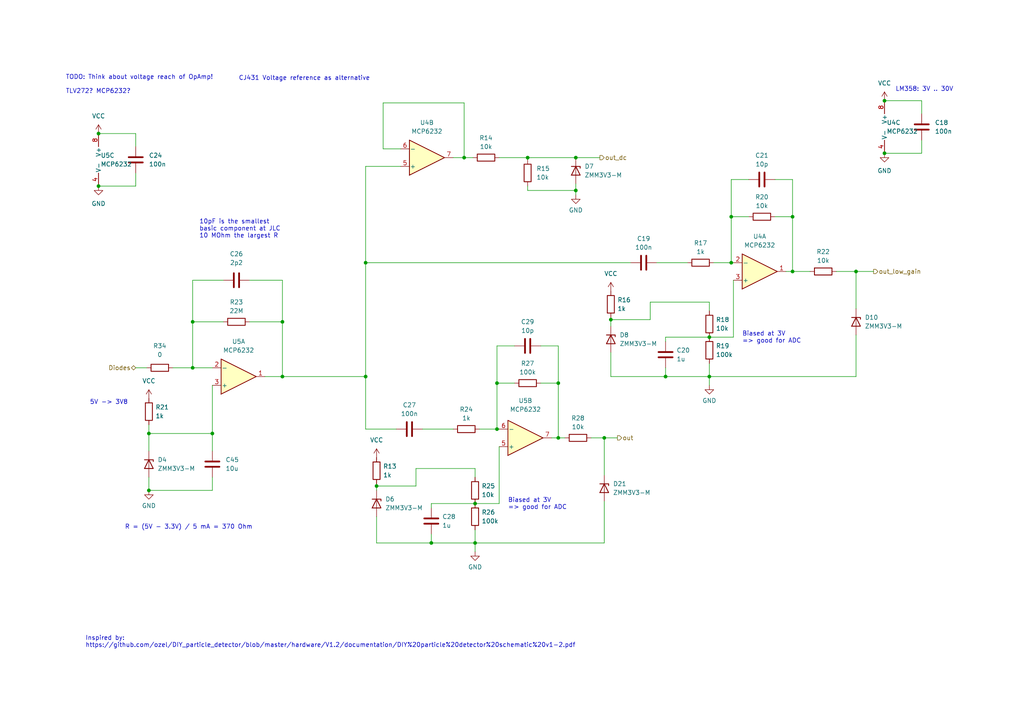
<source format=kicad_sch>
(kicad_sch (version 20230121) (generator eeschema)
  (paper "A4")
  (title_block (title "Beta Board") (date "2023-12-28") (rev "R1.1") (company "Tim Kuhlbusch") (comment 1 "Beta radiation detector"))
  (lib_symbols
    (symbol "Amplifier_Operational:LM358" (pin_names (offset 0.127))
      (property "Reference" "U" (at 0 5.08 0))
      (property "Value" "LM358" (at 0 -5.08 0))
      (symbol "LM358_1_1"
        (polyline (pts (xy -5.08 5.08) (xy 5.08 0) (xy -5.08 -5.08) (xy -5.08 5.08)) (stroke (width 0.254)) (fill (type background)))
        (pin output line (at 7.62 0 180) (length 2.54) (name "~") (number "1"))
        (pin input line (at -7.62 -2.54 0) (length 2.54) (name "-") (number "2"))
        (pin input line (at -7.62 2.54 0) (length 2.54) (name "+") (number "3"))
      )
      (symbol "LM358_2_1"
        (polyline (pts (xy -5.08 5.08) (xy 5.08 0) (xy -5.08 -5.08) (xy -5.08 5.08)) (stroke (width 0.254)) (fill (type background)))
        (pin input line (at -7.62 2.54 0) (length 2.54) (name "+") (number "5"))
        (pin input line (at -7.62 -2.54 0) (length 2.54) (name "-") (number "6"))
        (pin output line (at 7.62 0 180) (length 2.54) (name "~") (number "7"))
      )
      (symbol "LM358_3_1"
        (pin power_in line (at -2.54 -7.62 90) (length 3.81) (name "V-") (number "4"))
        (pin power_in line (at -2.54 7.62 270) (length 3.81) (name "V+") (number "8"))
      )
    )
    (symbol "Device:C" (pin_numbers hide) (pin_names (offset 0.254))
      (property "Reference" "C" (at 0.635 2.54 0))
      (property "Value" "C" (at 0.635 -2.54 0))
      (symbol "C_0_1"
        (polyline (pts (xy -2.032 -0.762) (xy 2.032 -0.762)) (stroke (width 0.508)))
        (polyline (pts (xy -2.032 0.762) (xy 2.032 0.762)) (stroke (width 0.508)))
      )
      (symbol "C_1_1"
        (pin passive line (at 0 3.81 270) (length 2.794) (name "~") (number "1"))
        (pin passive line (at 0 -3.81 90) (length 2.794) (name "~") (number "2"))
      )
    )
    (symbol "Device:R" (pin_numbers hide) (pin_names (offset 0))
      (property "Reference" "R" (at 2.032 0 90))
      (property "Value" "R" (at 0 0 90))
      (symbol "R_0_1"
        (rectangle (start -1.016 -2.54) (end 1.016 2.54) (stroke (width 0.254)))
      )
      (symbol "R_1_1"
        (pin passive line (at 0 3.81 270) (length 1.27) (name "~") (number "1"))
        (pin passive line (at 0 -3.81 90) (length 1.27) (name "~") (number "2"))
      )
    )
    (symbol "Diode:ZMMxx" (pin_numbers hide) (pin_names hide)
      (property "Reference" "D" (at 0 2.54 0))
      (property "Value" "ZMMxx" (at 0 -2.54 0))
      (symbol "ZMMxx_0_1"
        (polyline (pts (xy 1.27 0) (xy -1.27 0)))
        (polyline (pts (xy -1.27 -1.27) (xy -1.27 1.27) (xy -0.762 1.27)) (stroke (width 0.254)))
        (polyline (pts (xy 1.27 -1.27) (xy 1.27 1.27) (xy -1.27 0) (xy 1.27 -1.27)) (stroke (width 0.254)))
      )
      (symbol "ZMMxx_1_1"
        (pin passive line (at -3.81 0 0) (length 2.54) (name "K") (number "1"))
        (pin passive line (at 3.81 0 180) (length 2.54) (name "A") (number "2"))
      )
    )
    (symbol "power:GND" (power) (pin_names (offset 0))
      (property "Value" "GND" (at 0 -3.81 0))
      (symbol "GND_0_1"
        (polyline (pts (xy 0 0) (xy 0 -1.27) (xy 1.27 -1.27) (xy 0 -2.54) (xy -1.27 -1.27) (xy 0 -1.27)))
      )
      (symbol "GND_1_1"
        (pin power_in line (at 0 0 270) (length 0) hide (name "GND") (number "1"))
      )
    )
    (symbol "power:VCC" (power) (pin_names (offset 0))
      (property "Value" "VCC" (at 0 3.81 0))
      (symbol "VCC_0_1"
        (polyline (pts (xy -0.762 1.27) (xy 0 2.54)))
        (polyline (pts (xy 0 0) (xy 0 2.54)))
        (polyline (pts (xy 0 2.54) (xy 0.762 1.27)))
      )
      (symbol "VCC_1_1"
        (pin power_in line (at 0 0 90) (length 0) hide (name "VCC") (number "1"))
      )
    )
  )
  (junction (at 137.795 146.05))
  (junction (at 125.095 157.48))
  (junction (at 28.575 38.735))
  (junction (at 205.74 109.22))
  (junction (at 229.87 78.74))
  (junction (at 43.18 142.24))
  (junction (at 167.005 45.72))
  (junction (at 144.145 124.46))
  (junction (at 205.74 97.79))
  (junction (at 81.915 93.345))
  (junction (at 167.005 55.245))
  (junction (at 43.18 125.73))
  (junction (at 248.285 78.74))
  (junction (at 229.87 62.865))
  (junction (at 109.22 140.97))
  (junction (at 55.88 106.68))
  (junction (at 193.04 109.22))
  (junction (at 256.54 44.45))
  (junction (at 144.145 111.125))
  (junction (at 106.045 76.2))
  (junction (at 161.925 111.125))
  (junction (at 212.09 62.865))
  (junction (at 134.62 45.72))
  (junction (at 137.795 157.48))
  (junction (at 61.595 125.73))
  (junction (at 212.09 76.2))
  (junction (at 177.165 92.71))
  (junction (at 175.26 127))
  (junction (at 256.54 29.21))
  (junction (at 153.035 45.72))
  (junction (at 106.045 109.22))
  (junction (at 161.925 127))
  (junction (at 81.915 109.22))
  (junction (at 55.88 93.345))
  (junction (at 28.575 53.975))
  (wire (pts (xy 28.575 38.735) (xy 39.37 38.735)))
  (wire (pts (xy 106.045 48.26) (xy 116.205 48.26)))
  (wire (pts (xy 171.45 127) (xy 175.26 127)))
  (wire (pts (xy 39.37 53.975) (xy 39.37 50.165)))
  (wire (pts (xy 212.09 62.865) (xy 212.09 52.07)))
  (wire (pts (xy 61.595 130.81) (xy 61.595 125.73)))
  (wire (pts (xy 144.78 146.05) (xy 144.78 129.54)))
  (wire (pts (xy 134.62 29.845) (xy 134.62 45.72)))
  (wire (pts (xy 50.165 106.68) (xy 55.88 106.68)))
  (wire (pts (xy 116.205 43.18) (xy 111.125 43.18)))
  (wire (pts (xy 193.04 99.06) (xy 193.04 97.79)))
  (wire (pts (xy 161.925 100.33) (xy 161.925 111.125)))
  (wire (pts (xy 177.165 92.71) (xy 177.165 94.615)))
  (wire (pts (xy 109.22 140.335) (xy 109.22 140.97)))
  (wire (pts (xy 64.77 93.345) (xy 55.88 93.345)))
  (wire (pts (xy 43.18 130.81) (xy 43.18 125.73)))
  (wire (pts (xy 125.095 146.05) (xy 137.795 146.05)))
  (wire (pts (xy 177.165 92.075) (xy 177.165 92.71)))
  (wire (pts (xy 137.795 146.05) (xy 144.78 146.05)))
  (wire (pts (xy 161.925 111.125) (xy 161.925 127)))
  (wire (pts (xy 242.57 78.74) (xy 248.285 78.74)))
  (wire (pts (xy 39.37 38.735) (xy 39.37 42.545)))
  (wire (pts (xy 175.26 157.48) (xy 175.26 145.415)))
  (wire (pts (xy 267.335 29.21) (xy 267.335 33.02)))
  (wire (pts (xy 106.045 76.2) (xy 106.045 48.26)))
  (wire (pts (xy 212.09 62.865) (xy 212.09 76.2)))
  (wire (pts (xy 248.285 89.535) (xy 248.285 78.74)))
  (wire (pts (xy 167.005 55.245) (xy 153.035 55.245)))
  (wire (pts (xy 205.74 87.63) (xy 205.74 90.17)))
  (wire (pts (xy 61.595 138.43) (xy 61.595 142.24)))
  (wire (pts (xy 149.225 111.125) (xy 144.145 111.125)))
  (wire (pts (xy 120.65 140.97) (xy 120.65 135.89)))
  (wire (pts (xy 106.045 76.2) (xy 182.88 76.2)))
  (wire (pts (xy 205.74 109.22) (xy 248.285 109.22)))
  (wire (pts (xy 134.62 45.72) (xy 131.445 45.72)))
  (wire (pts (xy 81.915 109.22) (xy 106.045 109.22)))
  (wire (pts (xy 137.795 160.02) (xy 137.795 157.48)))
  (wire (pts (xy 188.595 92.71) (xy 188.595 87.63)))
  (wire (pts (xy 137.795 157.48) (xy 125.095 157.48)))
  (wire (pts (xy 61.595 142.24) (xy 43.18 142.24)))
  (wire (pts (xy 229.87 78.74) (xy 227.965 78.74)))
  (wire (pts (xy 111.125 43.18) (xy 111.125 29.845)))
  (wire (pts (xy 153.035 55.245) (xy 153.035 53.975)))
  (wire (pts (xy 224.79 62.865) (xy 229.87 62.865)))
  (wire (pts (xy 137.795 157.48) (xy 175.26 157.48)))
  (wire (pts (xy 109.22 140.97) (xy 109.22 142.24)))
  (wire (pts (xy 106.045 124.46) (xy 114.935 124.46)))
  (wire (pts (xy 167.005 55.245) (xy 167.005 53.34)))
  (wire (pts (xy 137.16 45.72) (xy 134.62 45.72)))
  (wire (pts (xy 144.78 45.72) (xy 153.035 45.72)))
  (wire (pts (xy 207.01 76.2) (xy 212.09 76.2)))
  (wire (pts (xy 167.005 45.72) (xy 173.99 45.72)))
  (wire (pts (xy 139.065 124.46) (xy 144.145 124.46)))
  (wire (pts (xy 175.26 137.795) (xy 175.26 127)))
  (wire (pts (xy 106.045 109.22) (xy 106.045 124.46)))
  (wire (pts (xy 55.88 106.68) (xy 61.595 106.68)))
  (wire (pts (xy 156.845 100.33) (xy 161.925 100.33)))
  (wire (pts (xy 81.915 93.345) (xy 81.915 109.22)))
  (wire (pts (xy 177.165 92.71) (xy 188.595 92.71)))
  (wire (pts (xy 205.74 111.76) (xy 205.74 109.22)))
  (wire (pts (xy 120.65 135.89) (xy 137.795 135.89)))
  (wire (pts (xy 199.39 76.2) (xy 190.5 76.2)))
  (wire (pts (xy 144.145 100.33) (xy 149.225 100.33)))
  (wire (pts (xy 125.095 147.32) (xy 125.095 146.05)))
  (wire (pts (xy 153.035 45.72) (xy 153.035 46.355)))
  (wire (pts (xy 217.17 62.865) (xy 212.09 62.865)))
  (wire (pts (xy 161.925 127) (xy 160.02 127)))
  (wire (pts (xy 137.795 157.48) (xy 137.795 153.67)))
  (wire (pts (xy 248.285 78.74) (xy 253.365 78.74)))
  (wire (pts (xy 125.095 157.48) (xy 109.22 157.48)))
  (wire (pts (xy 229.87 52.07) (xy 229.87 62.865)))
  (wire (pts (xy 125.095 154.94) (xy 125.095 157.48)))
  (wire (pts (xy 55.88 81.28) (xy 55.88 93.345)))
  (wire (pts (xy 193.04 97.79) (xy 205.74 97.79)))
  (wire (pts (xy 144.145 124.46) (xy 144.78 124.46)))
  (wire (pts (xy 205.74 109.22) (xy 205.74 105.41)))
  (wire (pts (xy 72.39 93.345) (xy 81.915 93.345)))
  (wire (pts (xy 153.035 45.72) (xy 167.005 45.72)))
  (wire (pts (xy 106.045 109.22) (xy 106.045 76.2)))
  (wire (pts (xy 188.595 87.63) (xy 205.74 87.63)))
  (wire (pts (xy 43.18 125.73) (xy 61.595 125.73)))
  (wire (pts (xy 111.125 29.845) (xy 134.62 29.845)))
  (wire (pts (xy 212.725 97.79) (xy 212.725 81.28)))
  (wire (pts (xy 156.845 111.125) (xy 161.925 111.125)))
  (wire (pts (xy 256.54 44.45) (xy 267.335 44.45)))
  (wire (pts (xy 72.39 81.28) (xy 81.915 81.28)))
  (wire (pts (xy 205.74 109.22) (xy 193.04 109.22)))
  (wire (pts (xy 109.22 140.97) (xy 120.65 140.97)))
  (wire (pts (xy 248.285 109.22) (xy 248.285 97.155)))
  (wire (pts (xy 212.09 76.2) (xy 212.725 76.2)))
  (wire (pts (xy 167.005 56.515) (xy 167.005 55.245)))
  (wire (pts (xy 76.835 109.22) (xy 81.915 109.22)))
  (wire (pts (xy 224.79 52.07) (xy 229.87 52.07)))
  (wire (pts (xy 55.88 93.345) (xy 55.88 106.68)))
  (wire (pts (xy 137.795 135.89) (xy 137.795 138.43)))
  (wire (pts (xy 43.18 142.24) (xy 43.18 138.43)))
  (wire (pts (xy 43.18 123.19) (xy 43.18 125.73)))
  (wire (pts (xy 161.925 127) (xy 163.83 127)))
  (wire (pts (xy 55.88 81.28) (xy 64.77 81.28)))
  (wire (pts (xy 28.575 53.975) (xy 39.37 53.975)))
  (wire (pts (xy 229.87 78.74) (xy 234.95 78.74)))
  (wire (pts (xy 109.22 149.86) (xy 109.22 157.48)))
  (wire (pts (xy 205.74 97.79) (xy 212.725 97.79)))
  (wire (pts (xy 131.445 124.46) (xy 122.555 124.46)))
  (wire (pts (xy 61.595 111.76) (xy 61.595 125.73)))
  (wire (pts (xy 81.915 81.28) (xy 81.915 93.345)))
  (wire (pts (xy 39.37 106.68) (xy 42.545 106.68)))
  (wire (pts (xy 256.54 29.21) (xy 267.335 29.21)))
  (wire (pts (xy 144.145 111.125) (xy 144.145 124.46)))
  (wire (pts (xy 144.145 111.125) (xy 144.145 100.33)))
  (wire (pts (xy 212.09 52.07) (xy 217.17 52.07)))
  (wire (pts (xy 193.04 106.68) (xy 193.04 109.22)))
  (wire (pts (xy 177.165 102.235) (xy 177.165 109.22)))
  (wire (pts (xy 175.26 127) (xy 179.07 127)))
  (wire (pts (xy 267.335 44.45) (xy 267.335 40.64)))
  (wire (pts (xy 229.87 62.865) (xy 229.87 78.74)))
  (wire (pts (xy 193.04 109.22) (xy 177.165 109.22)))
  (text "Inspired by:\nhttps://github.com/ozel/DIY_particle_detector/blob/master/hardware/V1.2/documentation/DIY%20particle%20detector%20schematic%20v1-2.pdf" (at 24.765 187.96 0) (effects (font (size 1.27 1.27)) (justify left bottom)))
  (text "TODO: Think about voltage reach of OpAmp!\n\nTLV272? MCP6232?" (at 19.05 27.305 0) (effects (font (size 1.27 1.27)) (justify left bottom)))
  (text "5V -> 3V8" (at 26.035 117.475 0) (effects (font (size 1.27 1.27)) (justify left bottom)))
  (text "CJ431 Voltage reference as alternative" (at 69.215 23.495 0) (effects (font (size 1.27 1.27)) (justify left bottom)))
  (text "10pF is the smallest\nbasic component at JLC\n10 MOhm the largest R" (at 57.785 69.215 0) (effects (font (size 1.27 1.27)) (justify left bottom)))
  (text "Biased at 3V\n=> good for ADC" (at 215.265 99.695 0) (effects (font (size 1.27 1.27)) (justify left bottom)))
  (text "Biased at 3V\n=> good for ADC" (at 147.32 147.955 0) (effects (font (size 1.27 1.27)) (justify left bottom)))
  (text "R = (5V - 3.3V) / 5 mA = 370 Ohm" (at 36.195 153.67 0) (effects (font (size 1.27 1.27)) (justify left bottom)))
  (text "LM358: 3V .. 30V" (at 259.715 26.67 0) (effects (font (size 1.27 1.27)) (justify left bottom)))
  (hierarchical_label "out_dc" (shape output) (at 173.99 45.72 0))
  (hierarchical_label "out" (shape output) (at 179.07 127 0))
  (hierarchical_label "out_low_gain" (shape output) (at 253.365 78.74 0))
  (hierarchical_label "Diodes" (shape bidirectional) (at 39.37 106.68 180))
  (symbol (lib_id "Device:R") (at 68.58 93.345 270) (unit 1)
    (property "Reference" "R23" (at 68.58 87.63 90))
    (property "Value" "22M" (at 68.58 90.17 90))
    (property "Footprint" "Resistor_SMD:R_0603_1608Metric" (effects hide))
  )
  (symbol (lib_id "Device:C") (at 186.69 76.2 90) (mirror x) (unit 1)
    (property "Reference" "C19" (at 186.69 69.215 90))
    (property "Value" "100n" (at 186.69 71.755 90))
    (property "Footprint" "Capacitor_SMD:C_0603_1608Metric" (effects hide))
  )
  (symbol (lib_id "Device:R") (at 205.74 93.98 180) (unit 1)
    (property "Reference" "R18" (at 207.645 92.71 0) (effects (justify right)))
    (property "Value" "10k" (at 207.645 95.25 0) (effects (justify right)))
    (property "Footprint" "Resistor_SMD:R_0603_1608Metric" (effects hide))
  )
  (symbol (lib_id "power:VCC") (at 109.22 132.715 0) (unit 1)
    (property "Reference" "#PWR02" (effects hide))
    (property "Value" "VCC" (at 109.22 127.635 0))
  )
  (symbol (lib_id "power:GND") (at 137.795 160.02 0) (unit 1)
    (property "Reference" "#PWR040" (effects hide))
    (property "Value" "GND" (at 137.795 164.465 0))
  )
  (symbol (lib_id "Diode:ZMMxx") (at 248.285 93.345 270) (unit 1)
    (property "Reference" "D10" (at 250.825 92.0749 90) (effects (justify left)))
    (property "Value" "ZMM3V3-M" (at 250.825 94.6149 90) (effects (justify left)))
    (property "Footprint" "Diode_SMD:D_MiniMELF" (effects hide))
    (property "Datasheet" "https://diotec.com/tl_files/diotec/files/pdf/datasheets/zmm1.pdf" (effects hide))
  )
  (symbol (lib_id "power:VCC") (at 177.165 84.455 0) (unit 1)
    (property "Reference" "#PWR012" (effects hide))
    (property "Value" "VCC" (at 177.165 79.375 0))
  )
  (symbol (lib_id "Device:R") (at 203.2 76.2 270) (unit 1)
    (property "Reference" "R17" (at 203.2 70.485 90))
    (property "Value" "1k" (at 203.2 73.025 90))
    (property "Footprint" "Resistor_SMD:R_0603_1608Metric" (effects hide))
  )
  (symbol (lib_id "Device:R") (at 153.035 50.165 0) (unit 1)
    (property "Reference" "R15" (at 155.575 48.895 0) (effects (justify left)))
    (property "Value" "10k" (at 155.575 51.435 0) (effects (justify left)))
    (property "Footprint" "Resistor_SMD:R_0603_1608Metric" (effects hide))
  )
  (symbol (lib_id "Diode:ZMMxx") (at 43.18 134.62 270) (unit 1)
    (property "Reference" "D4" (at 45.72 133.3499 90) (effects (justify left)))
    (property "Value" "ZMM3V3-M" (at 45.72 135.8899 90) (effects (justify left)))
    (property "Footprint" "Diode_SMD:D_MiniMELF" (effects hide))
    (property "Datasheet" "https://diotec.com/tl_files/diotec/files/pdf/datasheets/zmm1.pdf" (effects hide))
  )
  (symbol (lib_id "Amplifier_Operational:LM358") (at 69.215 109.22 0) (mirror x) (unit 1)
    (property "Reference" "U5" (at 69.215 99.06 0))
    (property "Value" "MCP6232" (at 69.215 101.6 0))
    (property "Footprint" "Package_SO:SOIC-8_3.9x4.9mm_P1.27mm" (effects hide))
    (property "Datasheet" "http://www.ti.com/lit/ds/symlink/lm2904-n.pdf" (effects hide))
  )
  (symbol (lib_id "power:GND") (at 256.54 44.45 0) (unit 1)
    (property "Reference" "#PWR08" (effects hide))
    (property "Value" "GND" (at 256.54 49.53 0))
  )
  (symbol (lib_id "Amplifier_Operational:LM358") (at 31.115 46.355 0) (unit 3)
    (property "Reference" "U5" (at 29.21 45.0849 0) (effects (justify left)))
    (property "Value" "MCP6232" (at 29.21 47.6249 0) (effects (justify left)))
    (property "Footprint" "Package_SO:SOIC-8_3.9x4.9mm_P1.27mm" (effects hide))
    (property "Datasheet" "http://www.ti.com/lit/ds/symlink/lm2904-n.pdf" (effects hide))
  )
  (symbol (lib_id "Device:R") (at 177.165 88.265 0) (mirror y) (unit 1)
    (property "Reference" "R16" (at 179.07 86.995 0) (effects (justify right)))
    (property "Value" "1k" (at 179.07 89.535 0) (effects (justify right)))
    (property "Footprint" "Resistor_SMD:R_0603_1608Metric" (effects hide))
  )
  (symbol (lib_id "Device:R") (at 238.76 78.74 270) (unit 1)
    (property "Reference" "R22" (at 238.76 73.025 90))
    (property "Value" "10k" (at 238.76 75.565 90))
    (property "Footprint" "Resistor_SMD:R_0603_1608Metric" (effects hide))
  )
  (symbol (lib_id "Device:R") (at 167.64 127 270) (unit 1)
    (property "Reference" "R28" (at 167.64 121.285 90))
    (property "Value" "10k" (at 167.64 123.825 90))
    (property "Footprint" "Resistor_SMD:R_0603_1608Metric" (effects hide))
  )
  (symbol (lib_id "Device:C") (at 193.04 102.87 0) (unit 1)
    (property "Reference" "C20" (at 196.215 101.6 0) (effects (justify left)))
    (property "Value" "1u" (at 196.215 104.14 0) (effects (justify left)))
    (property "Footprint" "Capacitor_SMD:C_0603_1608Metric" (effects hide))
  )
  (symbol (lib_id "Device:R") (at 43.18 119.38 0) (mirror y) (unit 1)
    (property "Reference" "R21" (at 45.085 118.11 0) (effects (justify right)))
    (property "Value" "1k" (at 45.085 120.65 0) (effects (justify right)))
    (property "Footprint" "Resistor_SMD:R_0603_1608Metric" (effects hide))
  )
  (symbol (lib_id "power:VCC") (at 256.54 29.21 0) (unit 1)
    (property "Reference" "#PWR07" (effects hide))
    (property "Value" "VCC" (at 256.54 24.13 0))
  )
  (symbol (lib_id "Device:R") (at 135.255 124.46 270) (unit 1)
    (property "Reference" "R24" (at 135.255 118.745 90))
    (property "Value" "1k" (at 135.255 121.285 90))
    (property "Footprint" "Resistor_SMD:R_0603_1608Metric" (effects hide))
  )
  (symbol (lib_id "power:VCC") (at 28.575 38.735 0) (unit 1)
    (property "Reference" "#PWR036" (effects hide))
    (property "Value" "VCC" (at 28.575 33.655 0))
  )
  (symbol (lib_id "power:GND") (at 167.005 56.515 0) (unit 1)
    (property "Reference" "#PWR09" (effects hide))
    (property "Value" "GND" (at 167.005 60.96 0))
  )
  (symbol (lib_id "Device:R") (at 137.795 142.24 180) (unit 1)
    (property "Reference" "R25" (at 139.7 140.97 0) (effects (justify right)))
    (property "Value" "10k" (at 139.7 143.51 0) (effects (justify right)))
    (property "Footprint" "Resistor_SMD:R_0603_1608Metric" (effects hide))
  )
  (symbol (lib_id "Diode:ZMMxx") (at 167.005 49.53 270) (unit 1)
    (property "Reference" "D7" (at 169.545 48.2599 90) (effects (justify left)))
    (property "Value" "ZMM3V3-M" (at 169.545 50.7999 90) (effects (justify left)))
    (property "Footprint" "Diode_SMD:D_MiniMELF" (effects hide))
    (property "Datasheet" "https://diotec.com/tl_files/diotec/files/pdf/datasheets/zmm1.pdf" (effects hide))
  )
  (symbol (lib_id "Amplifier_Operational:LM358") (at 259.08 36.83 0) (unit 3)
    (property "Reference" "U4" (at 257.175 35.5599 0) (effects (justify left)))
    (property "Value" "MCP6232" (at 257.175 38.0999 0) (effects (justify left)))
    (property "Footprint" "Package_SO:SOIC-8_3.9x4.9mm_P1.27mm" (effects hide))
    (property "Datasheet" "http://www.ti.com/lit/ds/symlink/lm2904-n.pdf" (effects hide))
  )
  (symbol (lib_id "Device:R") (at 153.035 111.125 270) (unit 1)
    (property "Reference" "R27" (at 153.035 105.41 90))
    (property "Value" "100k" (at 153.035 107.95 90))
    (property "Footprint" "Resistor_SMD:R_0603_1608Metric" (effects hide))
  )
  (symbol (lib_id "Device:C") (at 220.98 52.07 90) (mirror x) (unit 1)
    (property "Reference" "C21" (at 220.98 45.085 90))
    (property "Value" "10p" (at 220.98 47.625 90))
    (property "Footprint" "Capacitor_SMD:C_0603_1608Metric" (effects hide))
  )
  (symbol (lib_id "power:GND") (at 43.18 142.24 0) (unit 1)
    (property "Reference" "#PWR03" (effects hide))
    (property "Value" "GND" (at 43.18 146.685 0))
  )
  (symbol (lib_id "power:GND") (at 205.74 111.76 0) (unit 1)
    (property "Reference" "#PWR013" (effects hide))
    (property "Value" "GND" (at 205.74 116.205 0))
  )
  (symbol (lib_id "Device:R") (at 109.22 136.525 0) (mirror y) (unit 1)
    (property "Reference" "R13" (at 111.125 135.255 0) (effects (justify right)))
    (property "Value" "1k" (at 111.125 137.795 0) (effects (justify right)))
    (property "Footprint" "Resistor_SMD:R_0603_1608Metric" (effects hide))
  )
  (symbol (lib_id "Diode:ZMMxx") (at 177.165 98.425 270) (unit 1)
    (property "Reference" "D8" (at 179.705 97.1549 90) (effects (justify left)))
    (property "Value" "ZMM3V3-M" (at 179.705 99.6949 90) (effects (justify left)))
    (property "Footprint" "Diode_SMD:D_MiniMELF" (effects hide))
    (property "Datasheet" "https://diotec.com/tl_files/diotec/files/pdf/datasheets/zmm1.pdf" (effects hide))
  )
  (symbol (lib_id "Amplifier_Operational:LM358") (at 123.825 45.72 0) (mirror x) (unit 2)
    (property "Reference" "U4" (at 123.825 35.56 0))
    (property "Value" "MCP6232" (at 123.825 38.1 0))
    (property "Footprint" "Package_SO:SOIC-8_3.9x4.9mm_P1.27mm" (effects hide))
    (property "Datasheet" "http://www.ti.com/lit/ds/symlink/lm2904-n.pdf" (effects hide))
  )
  (symbol (lib_id "Device:R") (at 140.97 45.72 270) (unit 1)
    (property "Reference" "R14" (at 140.97 40.005 90))
    (property "Value" "10k" (at 140.97 42.545 90))
    (property "Footprint" "Resistor_SMD:R_0603_1608Metric" (effects hide))
  )
  (symbol (lib_id "power:VCC") (at 43.18 115.57 0) (unit 1)
    (property "Reference" "#PWR038" (effects hide))
    (property "Value" "VCC" (at 43.18 110.49 0))
  )
  (symbol (lib_id "Amplifier_Operational:LM358") (at 152.4 127 0) (mirror x) (unit 2)
    (property "Reference" "U5" (at 152.4 116.205 0))
    (property "Value" "MCP6232" (at 152.4 118.745 0))
    (property "Footprint" "Package_SO:SOIC-8_3.9x4.9mm_P1.27mm" (effects hide))
    (property "Datasheet" "http://www.ti.com/lit/ds/symlink/lm2904-n.pdf" (effects hide))
  )
  (symbol (lib_id "Diode:ZMMxx") (at 175.26 141.605 270) (unit 1)
    (property "Reference" "D21" (at 177.8 140.3349 90) (effects (justify left)))
    (property "Value" "ZMM3V3-M" (at 177.8 142.8749 90) (effects (justify left)))
    (property "Footprint" "Diode_SMD:D_MiniMELF" (effects hide))
    (property "Datasheet" "https://diotec.com/tl_files/diotec/files/pdf/datasheets/zmm1.pdf" (effects hide))
  )
  (symbol (lib_id "Device:R") (at 220.98 62.865 270) (unit 1)
    (property "Reference" "R20" (at 220.98 57.15 90))
    (property "Value" "10k" (at 220.98 59.69 90))
    (property "Footprint" "Resistor_SMD:R_0603_1608Metric" (effects hide))
  )
  (symbol (lib_id "Device:C") (at 267.335 36.83 0) (unit 1)
    (property "Reference" "C18" (at 271.145 35.5599 0) (effects (justify left)))
    (property "Value" "100n" (at 271.145 38.0999 0) (effects (justify left)))
    (property "Footprint" "Capacitor_SMD:C_0603_1608Metric" (effects hide))
  )
  (symbol (lib_id "Device:C") (at 68.58 81.28 90) (unit 1)
    (property "Reference" "C26" (at 68.58 73.66 90))
    (property "Value" "2p2" (at 68.58 76.2 90))
    (property "Footprint" "Capacitor_SMD:C_0603_1608Metric" (effects hide))
  )
  (symbol (lib_id "Device:C") (at 39.37 46.355 0) (unit 1)
    (property "Reference" "C24" (at 43.18 45.0849 0) (effects (justify left)))
    (property "Value" "100n" (at 43.18 47.6249 0) (effects (justify left)))
    (property "Footprint" "Capacitor_SMD:C_0603_1608Metric" (effects hide))
  )
  (symbol (lib_id "Diode:ZMMxx") (at 109.22 146.05 270) (unit 1)
    (property "Reference" "D6" (at 111.76 144.7799 90) (effects (justify left)))
    (property "Value" "ZMM3V3-M" (at 111.76 147.3199 90) (effects (justify left)))
    (property "Footprint" "Diode_SMD:D_MiniMELF" (effects hide))
    (property "Datasheet" "https://diotec.com/tl_files/diotec/files/pdf/datasheets/zmm1.pdf" (effects hide))
  )
  (symbol (lib_id "Device:C") (at 61.595 134.62 0) (unit 1)
    (property "Reference" "C45" (at 65.405 133.35 0) (effects (justify left)))
    (property "Value" "10u" (at 65.405 135.89 0) (effects (justify left)))
    (property "Footprint" "Capacitor_SMD:C_0603_1608Metric" (effects hide))
  )
  (symbol (lib_id "Device:R") (at 137.795 149.86 180) (unit 1)
    (property "Reference" "R26" (at 139.7 148.59 0) (effects (justify right)))
    (property "Value" "100k" (at 139.7 151.13 0) (effects (justify right)))
    (property "Footprint" "Resistor_SMD:R_0603_1608Metric" (effects hide))
  )
  (symbol (lib_id "power:GND") (at 28.575 53.975 0) (unit 1)
    (property "Reference" "#PWR037" (effects hide))
    (property "Value" "GND" (at 28.575 59.055 0))
  )
  (symbol (lib_id "Device:R") (at 46.355 106.68 270) (unit 1)
    (property "Reference" "R34" (at 46.355 100.33 90))
    (property "Value" "0" (at 46.355 102.87 90))
    (property "Footprint" "Resistor_SMD:R_0603_1608Metric" (effects hide))
  )
  (symbol (lib_id "Amplifier_Operational:LM358") (at 220.345 78.74 0) (mirror x) (unit 1)
    (property "Reference" "U4" (at 220.345 68.58 0))
    (property "Value" "MCP6232" (at 220.345 71.12 0))
    (property "Footprint" "Package_SO:SOIC-8_3.9x4.9mm_P1.27mm" (effects hide))
    (property "Datasheet" "http://www.ti.com/lit/ds/symlink/lm2904-n.pdf" (effects hide))
  )
  (symbol (lib_id "Device:C") (at 125.095 151.13 0) (unit 1)
    (property "Reference" "C28" (at 128.27 149.86 0) (effects (justify left)))
    (property "Value" "1u" (at 128.27 152.4 0) (effects (justify left)))
    (property "Footprint" "Capacitor_SMD:C_0603_1608Metric" (effects hide))
  )
  (symbol (lib_id "Device:C") (at 153.035 100.33 90) (mirror x) (unit 1)
    (property "Reference" "C29" (at 153.035 93.345 90))
    (property "Value" "10p" (at 153.035 95.885 90))
    (property "Footprint" "Capacitor_SMD:C_0603_1608Metric" (effects hide))
  )
  (symbol (lib_id "Device:R") (at 205.74 101.6 180) (unit 1)
    (property "Reference" "R19" (at 207.645 100.33 0) (effects (justify right)))
    (property "Value" "100k" (at 207.645 102.87 0) (effects (justify right)))
    (property "Footprint" "Resistor_SMD:R_0603_1608Metric" (effects hide))
  )
  (symbol (lib_id "Device:C") (at 118.745 124.46 90) (mirror x) (unit 1)
    (property "Reference" "C27" (at 118.745 117.475 90))
    (property "Value" "100n" (at 118.745 120.015 90))
    (property "Footprint" "Capacitor_SMD:C_0603_1608Metric" (effects hide))
  )
)
</source>
